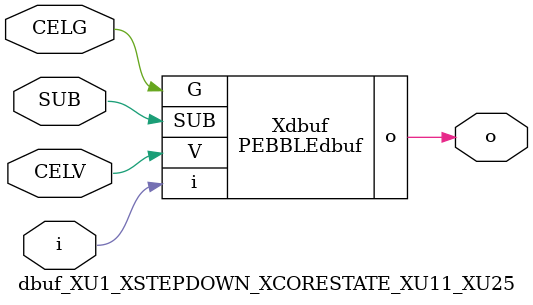
<source format=v>



module PEBBLEdbuf ( o, G, SUB, V, i );

  input V;
  input i;
  input G;
  output o;
  input SUB;
endmodule

//Celera Confidential Do Not Copy dbuf_XU1_XSTEPDOWN_XCORESTATE_XU11_XU25
//Celera Confidential Symbol Generator
//Digital Buffer
module dbuf_XU1_XSTEPDOWN_XCORESTATE_XU11_XU25 (CELV,CELG,i,o,SUB);
input CELV;
input CELG;
input i;
input SUB;
output o;

//Celera Confidential Do Not Copy dbuf
PEBBLEdbuf Xdbuf(
.V (CELV),
.i (i),
.o (o),
.SUB (SUB),
.G (CELG)
);
//,diesize,PEBBLEdbuf

//Celera Confidential Do Not Copy Module End
//Celera Schematic Generator
endmodule

</source>
